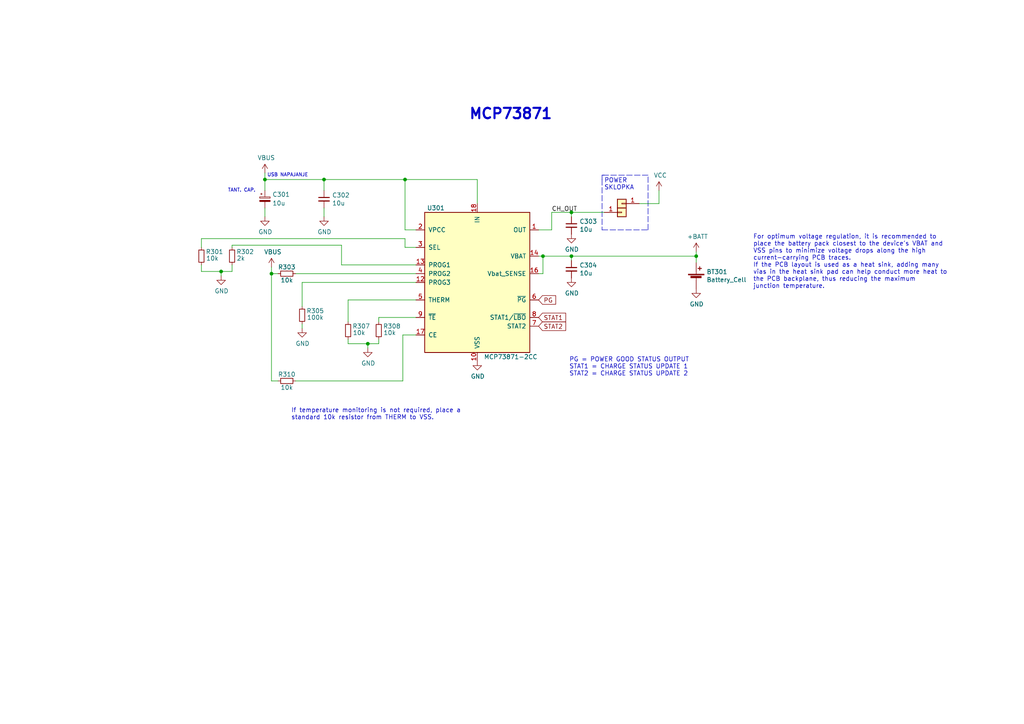
<source format=kicad_sch>
(kicad_sch (version 20211123) (generator eeschema)
  (paper "A4")
  (title_block (title "BoardGame") (date "2022-09-21") (rev "1"))
  (lib_symbols
    (symbol "Battery_Management:MCP73871-2CC" (pin_names (offset 1.016))
      (property "Reference" "U" (at -7.62 24.13 0))
      (property "Value" "MCP73871-2CC" (at -15.24 21.59 0))
      (symbol "MCP73871-2CC_0_1"
        (rectangle (start -15.24 20.32) (end 15.24 -20.32) (stroke (width 0.254)) (fill (type background)))
      )
      (symbol "MCP73871-2CC_1_1"
        (pin power_out line (at 17.78 15.24 180) (length 2.54) (name "OUT") (number "1"))
        (pin power_in line (at 0 -22.86 90) (length 2.54) (name "VSS") (number "10"))
        (pin passive line (at 0 -22.86 90) (length 2.54) hide (name "VSS") (number "11"))
        (pin bidirectional line (at -17.78 0 0) (length 2.54) (name "PROG3") (number "12"))
        (pin bidirectional line (at -17.78 5.08 0) (length 2.54) (name "PROG1") (number "13"))
        (pin power_out line (at 17.78 7.62 180) (length 2.54) (name "VBAT") (number "14"))
        (pin passive line (at 17.78 7.62 180) (length 2.54) hide (name "VBAT") (number "15"))
        (pin input line (at 17.78 2.54 180) (length 2.54) (name "Vbat_SENSE") (number "16"))
        (pin input line (at -17.78 -15.24 0) (length 2.54) (name "CE") (number "17"))
        (pin power_in line (at 0 22.86 270) (length 2.54) (name "IN") (number "18"))
        (pin passive line (at 0 22.86 270) (length 2.54) hide (name "IN") (number "19"))
        (pin input line (at -17.78 15.24 0) (length 2.54) (name "VPCC") (number "2"))
        (pin passive line (at 17.78 15.24 180) (length 2.54) hide (name "OUT") (number "20"))
        (pin passive line (at 0 -22.86 90) (length 2.54) hide (name "VSS") (number "21"))
        (pin input line (at -17.78 10.16 0) (length 2.54) (name "SEL") (number "3"))
        (pin input line (at -17.78 2.54 0) (length 2.54) (name "PROG2") (number "4"))
        (pin bidirectional line (at -17.78 -5.08 0) (length 2.54) (name "THERM") (number "5"))
        (pin open_collector line (at 17.78 -5.08 180) (length 2.54) (name "~{PG}") (number "6"))
        (pin open_collector line (at 17.78 -12.7 180) (length 2.54) (name "STAT2") (number "7"))
        (pin open_collector line (at 17.78 -10.16 180) (length 2.54) (name "STAT1/~{LBO}") (number "8"))
        (pin input line (at -17.78 -10.16 0) (length 2.54) (name "~{TE}") (number "9"))
      )
    )
    (symbol "Connector_Generic:Conn_01x01" (pin_names (offset 1.016) hide)
      (property "Reference" "J" (at 0 2.54 0))
      (property "Value" "Conn_01x01" (at 0 -2.54 0))
      (symbol "Conn_01x01_1_1"
        (rectangle (start -1.27 0.127) (end 0 -0.127) (stroke (width 0.1524)))
        (rectangle (start -1.27 1.27) (end 1.27 -1.27) (stroke (width 0.254)) (fill (type background)))
        (pin passive line (at -5.08 0 0) (length 3.81) (name "Pin_1") (number "1"))
      )
    )
    (symbol "Device:Battery_Cell" (pin_numbers hide) (pin_names (offset 0) hide)
      (property "Reference" "BT" (at 2.54 2.54 0))
      (property "Value" "Battery_Cell" (at 2.54 0 0))
      (symbol "Battery_Cell_0_1"
        (rectangle (start -2.286 1.778) (end 2.286 1.524) (fill (type outline)))
        (rectangle (start -1.5748 1.1938) (end 1.4732 0.6858) (fill (type outline)))
        (polyline (pts (xy 0 0.762) (xy 0 0)))
        (polyline (pts (xy 0 1.778) (xy 0 2.54)))
        (polyline (pts (xy 0.508 3.429) (xy 1.524 3.429)) (stroke (width 0.254)))
        (polyline (pts (xy 1.016 3.937) (xy 1.016 2.921)) (stroke (width 0.254)))
      )
      (symbol "Battery_Cell_1_1"
        (pin passive line (at 0 5.08 270) (length 2.54) (name "+") (number "1"))
        (pin passive line (at 0 -2.54 90) (length 2.54) (name "-") (number "2"))
      )
    )
    (symbol "Device:C_Polarized_Small" (pin_numbers hide) (pin_names (offset 0.254) hide)
      (property "Reference" "C" (at 0.254 1.778 0))
      (property "Value" "C_Polarized_Small" (at 0.254 -2.032 0))
      (symbol "C_Polarized_Small_0_1"
        (rectangle (start -1.524 -0.3048) (end 1.524 -0.6858) (fill (type outline)))
        (rectangle (start -1.524 0.6858) (end 1.524 0.3048))
        (polyline (pts (xy -1.27 1.524) (xy -0.762 1.524)))
        (polyline (pts (xy -1.016 1.27) (xy -1.016 1.778)))
      )
      (symbol "C_Polarized_Small_1_1"
        (pin passive line (at 0 2.54 270) (length 1.8542) (name "~") (number "1"))
        (pin passive line (at 0 -2.54 90) (length 1.8542) (name "~") (number "2"))
      )
    )
    (symbol "Device:C_Small" (pin_numbers hide) (pin_names (offset 0.254) hide)
      (property "Reference" "C" (at 0.254 1.778 0))
      (property "Value" "C_Small" (at 0.254 -2.032 0))
      (symbol "C_Small_0_1"
        (polyline (pts (xy -1.524 -0.508) (xy 1.524 -0.508)) (stroke (width 0.3302)))
        (polyline (pts (xy -1.524 0.508) (xy 1.524 0.508)) (stroke (width 0.3048)))
      )
      (symbol "C_Small_1_1"
        (pin passive line (at 0 2.54 270) (length 2.032) (name "~") (number "1"))
        (pin passive line (at 0 -2.54 90) (length 2.032) (name "~") (number "2"))
      )
    )
    (symbol "Device:R_Small" (pin_numbers hide) (pin_names (offset 0.254) hide)
      (property "Reference" "R" (at 0.762 0.508 0))
      (property "Value" "R_Small" (at 0.762 -1.016 0))
      (symbol "R_Small_0_1"
        (rectangle (start -0.762 1.778) (end 0.762 -1.778) (stroke (width 0.2032)))
      )
      (symbol "R_Small_1_1"
        (pin passive line (at 0 2.54 270) (length 0.762) (name "~") (number "1"))
        (pin passive line (at 0 -2.54 90) (length 0.762) (name "~") (number "2"))
      )
    )
    (symbol "power:+BATT" (power) (pin_names (offset 0))
      (property "Value" "+BATT" (at 0 3.556 0))
      (symbol "+BATT_0_1"
        (polyline (pts (xy -0.762 1.27) (xy 0 2.54)))
        (polyline (pts (xy 0 0) (xy 0 2.54)))
        (polyline (pts (xy 0 2.54) (xy 0.762 1.27)))
      )
      (symbol "+BATT_1_1"
        (pin power_in line (at 0 0 90) (length 0) hide (name "+BATT") (number "1"))
      )
    )
    (symbol "power:GND" (power) (pin_names (offset 0))
      (property "Value" "GND" (at 0 -3.81 0))
      (symbol "GND_0_1"
        (polyline (pts (xy 0 0) (xy 0 -1.27) (xy 1.27 -1.27) (xy 0 -2.54) (xy -1.27 -1.27) (xy 0 -1.27)))
      )
      (symbol "GND_1_1"
        (pin power_in line (at 0 0 270) (length 0) hide (name "GND") (number "1"))
      )
    )
    (symbol "power:VBUS" (power) (pin_names (offset 0))
      (property "Value" "VBUS" (at 0 3.81 0))
      (symbol "VBUS_0_1"
        (polyline (pts (xy -0.762 1.27) (xy 0 2.54)))
        (polyline (pts (xy 0 0) (xy 0 2.54)))
        (polyline (pts (xy 0 2.54) (xy 0.762 1.27)))
      )
      (symbol "VBUS_1_1"
        (pin power_in line (at 0 0 90) (length 0) hide (name "VBUS") (number "1"))
      )
    )
    (symbol "power:VCC" (power) (pin_names (offset 0))
      (property "Value" "VCC" (at 0 3.81 0))
      (symbol "VCC_0_1"
        (polyline (pts (xy -0.762 1.27) (xy 0 2.54)))
        (polyline (pts (xy 0 0) (xy 0 2.54)))
        (polyline (pts (xy 0 2.54) (xy 0.762 1.27)))
      )
      (symbol "VCC_1_1"
        (pin power_in line (at 0 0 90) (length 0) hide (name "VCC") (number "1"))
      )
    )
  )
  (junction (at 201.93 74.295))
  (junction (at 165.735 74.295))
  (junction (at 117.475 52.07))
  (junction (at 165.735 61.595))
  (junction (at 93.98 52.07))
  (junction (at 157.48 74.295))
  (junction (at 76.835 52.07))
  (junction (at 78.74 79.375))
  (junction (at 64.135 78.74))
  (junction (at 106.68 99.695))
  (wire (pts (xy 201.93 73.025) (xy 201.93 74.295)))
  (wire (pts (xy 93.98 52.07) (xy 117.475 52.07)))
  (wire (pts (xy 76.835 52.07) (xy 76.835 55.245)))
  (wire (pts (xy 165.735 74.295) (xy 201.93 74.295)))
  (wire (pts (xy 160.02 61.595) (xy 165.735 61.595)))
  (polyline (pts (xy 187.96 66.675) (xy 187.96 50.8)))
  (wire (pts (xy 191.135 55.245) (xy 191.135 59.055)))
  (wire (pts (xy 109.855 99.695) (xy 109.855 98.425)))
  (wire (pts (xy 67.31 71.12) (xy 67.31 71.755)))
  (polyline (pts (xy 174.625 66.675) (xy 187.96 66.675)))
  (wire (pts (xy 156.21 74.295) (xy 157.48 74.295)))
  (wire (pts (xy 106.68 99.695) (xy 100.965 99.695)))
  (wire (pts (xy 85.725 79.375) (xy 120.65 79.375)))
  (wire (pts (xy 93.98 55.245) (xy 93.98 52.07)))
  (wire (pts (xy 160.02 66.675) (xy 160.02 61.595)))
  (wire (pts (xy 64.135 78.74) (xy 64.135 80.01)))
  (wire (pts (xy 100.965 93.345) (xy 100.965 86.995)))
  (wire (pts (xy 117.475 71.755) (xy 120.65 71.755)))
  (wire (pts (xy 58.42 76.835) (xy 58.42 78.74)))
  (wire (pts (xy 117.475 52.07) (xy 138.43 52.07)))
  (wire (pts (xy 58.42 78.74) (xy 64.135 78.74)))
  (polyline (pts (xy 174.625 52.07) (xy 174.625 66.675)))
  (wire (pts (xy 109.855 92.075) (xy 109.855 93.345)))
  (wire (pts (xy 120.65 66.675) (xy 117.475 66.675)))
  (polyline (pts (xy 174.625 50.8) (xy 175.26 50.8)))
  (wire (pts (xy 116.84 110.49) (xy 116.84 97.155)))
  (wire (pts (xy 87.63 81.915) (xy 87.63 88.9)))
  (wire (pts (xy 185.42 59.055) (xy 191.135 59.055)))
  (wire (pts (xy 138.43 52.07) (xy 138.43 59.055)))
  (wire (pts (xy 93.98 62.865) (xy 93.98 60.325)))
  (wire (pts (xy 165.735 61.595) (xy 175.26 61.595)))
  (wire (pts (xy 157.48 79.375) (xy 157.48 74.295)))
  (wire (pts (xy 76.835 60.325) (xy 76.835 62.865)))
  (wire (pts (xy 100.965 86.995) (xy 120.65 86.995)))
  (wire (pts (xy 99.06 71.12) (xy 67.31 71.12)))
  (wire (pts (xy 157.48 74.295) (xy 165.735 74.295)))
  (wire (pts (xy 76.835 52.07) (xy 93.98 52.07)))
  (wire (pts (xy 106.68 99.695) (xy 109.855 99.695)))
  (wire (pts (xy 85.725 110.49) (xy 116.84 110.49)))
  (wire (pts (xy 76.835 50.165) (xy 76.835 52.07)))
  (wire (pts (xy 78.74 79.375) (xy 78.74 110.49)))
  (wire (pts (xy 78.74 77.47) (xy 78.74 79.375)))
  (wire (pts (xy 120.65 92.075) (xy 109.855 92.075)))
  (wire (pts (xy 156.21 66.675) (xy 160.02 66.675)))
  (wire (pts (xy 99.06 76.835) (xy 120.65 76.835)))
  (wire (pts (xy 64.135 78.74) (xy 67.31 78.74)))
  (wire (pts (xy 165.735 74.295) (xy 165.735 75.565)))
  (wire (pts (xy 78.74 110.49) (xy 80.645 110.49)))
  (wire (pts (xy 100.965 98.425) (xy 100.965 99.695)))
  (polyline (pts (xy 187.96 50.8) (xy 174.625 50.8)))
  (wire (pts (xy 156.21 79.375) (xy 157.48 79.375)))
  (wire (pts (xy 78.74 79.375) (xy 80.645 79.375)))
  (wire (pts (xy 99.06 76.835) (xy 99.06 71.12)))
  (wire (pts (xy 201.93 76.2) (xy 201.93 74.295)))
  (polyline (pts (xy 174.625 52.07) (xy 174.625 50.8)))
  (wire (pts (xy 106.68 100.965) (xy 106.68 99.695)))
  (wire (pts (xy 58.42 69.215) (xy 58.42 71.755)))
  (wire (pts (xy 87.63 81.915) (xy 120.65 81.915)))
  (wire (pts (xy 67.31 76.835) (xy 67.31 78.74)))
  (wire (pts (xy 58.42 69.215) (xy 117.475 69.215)))
  (wire (pts (xy 116.84 97.155) (xy 120.65 97.155)))
  (wire (pts (xy 117.475 69.215) (xy 117.475 71.755)))
  (wire (pts (xy 87.63 95.25) (xy 87.63 93.98)))
  (wire (pts (xy 165.735 61.595) (xy 165.735 62.865)))
  (wire (pts (xy 117.475 66.675) (xy 117.475 52.07)))
  (text "PG = POWER GOOD STATUS OUTPUT\nSTAT1 = CHARGE STATUS UPDATE 1\nSTAT2 = CHARGE STATUS UPDATE 2" (at 165.1 109.22 0) (effects (font (size 1.27 1.27)) (justify left bottom)))
  (text "TANT. CAP." (at 66.04 55.88 0) (effects (font (size 0.9906 0.9906)) (justify left bottom)))
  (text "USB NAPAJANJE" (at 77.47 51.435 0) (effects (font (size 0.9906 0.9906)) (justify left bottom)))
  (text "POWER\nSKLOPKA" (at 175.26 55.245 0) (effects (font (size 1.27 1.27)) (justify left bottom)))
  (text "For optimum voltage regulation, it is recommended to\nplace the battery pack closest to the device's VBAT and\nVSS pins to minimize voltage drops along the high\ncurrent-carrying PCB traces.\nIf the PCB layout is used as a heat sink, adding many\nvias in the heat sink pad can help conduct more heat to\nthe PCB backplane, thus reducing the maximum\njunction temperature." (at 218.44 83.82 0) (effects (font (size 1.27 1.27)) (justify left bottom)))
  (text "MCP73871" (at 135.89 34.925 0) (effects (font (size 3 3) (thickness 0.6) bold) (justify left bottom)))
  (text "If temperature monitoring is not required, place a\nstandard 10k resistor from THERM to VSS." (at 84.455 121.92 0) (effects (font (size 1.27 1.27)) (justify left bottom)))
  (label "CH_OUT" (at 160.02 61.595 0))
  (global_label "PG" (shape input) (at 156.21 86.995 0) (property "Intersheet References" "${INTERSHEET_REFS}" (effects hide)))
  (global_label "STAT1" (shape input) (at 156.21 92.075 0) (property "Intersheet References" "${INTERSHEET_REFS}" (effects hide)))
  (global_label "STAT2" (shape input) (at 156.21 94.615 0) (property "Intersheet References" "${INTERSHEET_REFS}" (effects hide)))
  (symbol (lib_id "power:GND") (at 76.835 62.865 0) (unit 1)
    (property "Reference" "#PWR0303" (effects hide))
    (property "Value" "GND" (at 76.962 67.2592 0))
  )
  (symbol (lib_id "Device:C_Small") (at 93.98 57.785 0) (unit 1)
    (property "Reference" "C302" (at 96.3168 56.6166 0) (effects (justify left)))
    (property "Value" "10u" (at 96.3168 58.928 0) (effects (justify left)))
    (property "Footprint" "Capacitor_SMD:C_0805_2012Metric" (effects hide))
    (property "JLCPCB Part #" "C237493" (effects hide))
    (property "U labosu?" "ne" (effects hide))
  )
  (symbol (lib_id "Connector_Generic:Conn_01x01") (at 180.34 59.055 180) (unit 1)
    (property "Reference" "J301" (effects hide))
    (property "Value" "Conn_01x01" (effects hide))
    (property "Footprint" "Footprints:PinHeader_1x01" (effects hide))
    (property "JLCPCB Part #" "-" (effects hide))
    (property "Ostalo" "-" (effects hide))
    (property "U labosu?" "da" (effects hide))
  )
  (symbol (lib_id "power:GND") (at 165.735 67.945 0) (unit 1)
    (property "Reference" "#PWR0305" (effects hide))
    (property "Value" "GND" (at 165.862 72.3392 0))
  )
  (symbol (lib_id "Device:C_Polarized_Small") (at 76.835 57.785 0) (unit 1)
    (property "Reference" "C301" (at 78.994 56.4042 0) (effects (justify left)))
    (property "Value" "10u" (at 78.994 58.9411 0) (effects (justify left)))
    (property "Footprint" "Capacitor_Tantalum_SMD:CP_EIA-3528-21_Kemet-B" (effects hide))
    (property "JLCPCB Part #" "C2798040" (effects hide))
    (property "U labosu?" "ne" (effects hide))
  )
  (symbol (lib_id "Device:R_Small") (at 58.42 74.295 0) (unit 1)
    (property "Reference" "R301" (at 62.23 73.025 0))
    (property "Value" "10k" (at 61.595 74.93 0))
    (property "Footprint" "Resistor_SMD:R_0603_1608Metric" (effects hide))
    (property "U labosu?" "da" (effects hide))
  )
  (symbol (lib_id "power:GND") (at 201.93 83.82 0) (unit 1)
    (property "Reference" "#PWR0311" (effects hide))
    (property "Value" "GND" (at 202.057 88.2142 0))
  )
  (symbol (lib_id "Device:C_Small") (at 165.735 65.405 0) (unit 1)
    (property "Reference" "C303" (at 168.0718 64.2366 0) (effects (justify left)))
    (property "Value" "10u" (at 168.0718 66.548 0) (effects (justify left)))
    (property "Footprint" "Capacitor_SMD:C_0805_2012Metric" (effects hide))
    (property "JLCPCB Part #" "C237493" (effects hide))
    (property "U labosu?" "ne" (effects hide))
  )
  (symbol (lib_id "Device:R_Small") (at 109.855 95.885 0) (unit 1)
    (property "Reference" "R308" (at 113.665 94.615 0))
    (property "Value" "10k" (at 113.03 96.52 0))
    (property "Footprint" "Resistor_SMD:R_0603_1608Metric" (effects hide))
    (property "U labosu?" "da" (effects hide))
  )
  (symbol (lib_id "power:VCC") (at 191.135 55.245 0) (unit 1)
    (property "Reference" "#PWR0302" (effects hide))
    (property "Value" "VCC" (at 191.516 50.8508 0))
  )
  (symbol (lib_id "Device:C_Small") (at 165.735 78.105 0) (unit 1)
    (property "Reference" "C304" (at 168.0718 76.9366 0) (effects (justify left)))
    (property "Value" "10u" (at 168.0718 79.248 0) (effects (justify left)))
    (property "Footprint" "Capacitor_SMD:C_0805_2012Metric" (effects hide))
    (property "JLCPCB Part #" "C237493" (effects hide))
    (property "U labosu?" "ne" (effects hide))
  )
  (symbol (lib_id "power:GND") (at 138.43 104.775 0) (unit 1)
    (property "Reference" "#PWR0314" (effects hide))
    (property "Value" "GND" (at 138.557 109.1692 0))
  )
  (symbol (lib_id "Device:R_Small") (at 100.965 95.885 0) (unit 1)
    (property "Reference" "R307" (at 104.775 94.615 0))
    (property "Value" "10k" (at 104.14 96.52 0))
    (property "Footprint" "Resistor_SMD:R_0603_1608Metric" (effects hide))
    (property "U labosu?" "da" (effects hide))
  )
  (symbol (lib_id "power:GND") (at 93.98 62.865 0) (unit 1)
    (property "Reference" "#PWR0304" (effects hide))
    (property "Value" "GND" (at 94.107 67.2592 0))
  )
  (symbol (lib_id "Device:R_Small") (at 83.185 110.49 90) (unit 1)
    (property "Reference" "R310" (at 83.185 108.585 90))
    (property "Value" "10k" (at 83.185 112.395 90))
    (property "Footprint" "Resistor_SMD:R_0603_1608Metric" (effects hide))
    (property "U labosu?" "da" (effects hide))
  )
  (symbol (lib_id "power:VBUS") (at 76.835 50.165 0) (unit 1)
    (property "Reference" "#PWR0301" (effects hide))
    (property "Value" "VBUS" (at 77.216 45.7708 0))
  )
  (symbol (lib_id "power:GND") (at 165.735 80.645 0) (unit 1)
    (property "Reference" "#PWR0309" (effects hide))
    (property "Value" "GND" (at 165.862 85.0392 0))
  )
  (symbol (lib_id "Device:R_Small") (at 83.185 79.375 270) (unit 1)
    (property "Reference" "R303" (at 83.185 77.47 90))
    (property "Value" "10k" (at 83.185 81.28 90))
    (property "Footprint" "Resistor_SMD:R_0603_1608Metric" (effects hide))
    (property "U labosu?" "da" (effects hide))
  )
  (symbol (lib_id "Device:R_Small") (at 87.63 91.44 0) (unit 1)
    (property "Reference" "R305" (at 91.44 90.17 0))
    (property "Value" "100k" (at 91.44 92.075 0))
    (property "Footprint" "Resistor_SMD:R_0603_1608Metric" (effects hide))
    (property "U labosu?" "da" (effects hide))
  )
  (symbol (lib_id "Connector_Generic:Conn_01x01") (at 180.34 61.595 0) (unit 1)
    (property "Reference" "J302" (effects hide))
    (property "Value" "Conn_01x01" (effects hide))
    (property "Footprint" "Footprints:PinHeader_1x01" (effects hide))
    (property "JLCPCB Part #" "-" (effects hide))
    (property "Ostalo" "-" (effects hide))
    (property "U labosu?" "da" (effects hide))
  )
  (symbol (lib_id "power:GND") (at 87.63 95.25 0) (unit 1)
    (property "Reference" "#PWR0312" (effects hide))
    (property "Value" "GND" (at 87.757 99.6442 0))
  )
  (symbol (lib_id "power:+BATT") (at 201.93 73.025 0) (unit 1)
    (property "Reference" "#PWR0306" (effects hide))
    (property "Value" "+BATT" (at 202.311 68.6308 0))
  )
  (symbol (lib_id "Battery_Management:MCP73871-2CC") (at 138.43 81.915 0) (unit 1)
    (property "Reference" "U301" (at 123.825 60.325 0) (effects (justify left)))
    (property "Value" "MCP73871-2CC" (at 140.335 103.505 0) (effects (justify left)))
    (property "Footprint" "Package_DFN_QFN:QFN-20-1EP_4x4mm_P0.5mm_EP2.5x2.5mm" (effects hide))
    (property "Datasheet" "http://www.mouser.com/ds/2/268/22090a-52174.pdf" (effects hide))
    (property "U labosu?" "da" (effects hide))
  )
  (symbol (lib_id "power:GND") (at 64.135 80.01 0) (unit 1)
    (property "Reference" "#PWR0308" (effects hide))
    (property "Value" "GND" (at 64.262 84.4042 0))
  )
  (symbol (lib_id "power:GND") (at 106.68 100.965 0) (unit 1)
    (property "Reference" "#PWR0313" (effects hide))
    (property "Value" "GND" (at 106.807 105.3592 0))
  )
  (symbol (lib_id "Device:R_Small") (at 67.31 74.295 0) (unit 1)
    (property "Reference" "R302" (at 71.12 73.025 0))
    (property "Value" "2k" (at 69.85 74.93 0))
    (property "Footprint" "Resistor_SMD:R_0603_1608Metric" (effects hide))
    (property "JLCPCB Part #" "C25590" (effects hide))
    (property "U labosu?" "ne" (effects hide))
  )
  (symbol (lib_id "power:VBUS") (at 78.74 77.47 0) (unit 1)
    (property "Reference" "#PWR0307" (effects hide))
    (property "Value" "VBUS" (at 79.121 73.0758 0))
  )
  (symbol (lib_id "Device:Battery_Cell") (at 201.93 81.28 0) (unit 1)
    (property "Reference" "BT301" (at 204.9272 78.8416 0) (effects (justify left)))
    (property "Value" "Battery_Cell" (at 204.9272 81.153 0) (effects (justify left)))
    (property "Footprint" "Footprints:battery_103565_3000mah" (effects hide))
    (property "U labosu?" "ne" (effects hide))
    (property "JLCPCB Part #" "-" (effects hide))
    (property "Ostalo" "1005003744354475" (effects hide))
  )
)
</source>
